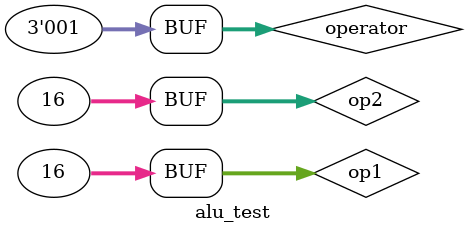
<source format=v>
`timescale 1ns / 1ps

module alu_test;

	// Inputs
	reg [31:0] op1;
	reg [31:0] op2;
	reg [2:0] operator;

	// Outputs
	wire [31:0] result;
	wire isZero;

	// Instantiate the Unit Under Test (UUT)
	ALU uut (
		.op1(op1), 
		.op2(op2), 
		.operator(operator), 
		.result(result), 
		.isZero(isZero)
	);

	initial begin
		// Add stimulus here
		operator = 3'b001;
		op1 = 16;
		op2 = 16;
	end
      
endmodule


</source>
